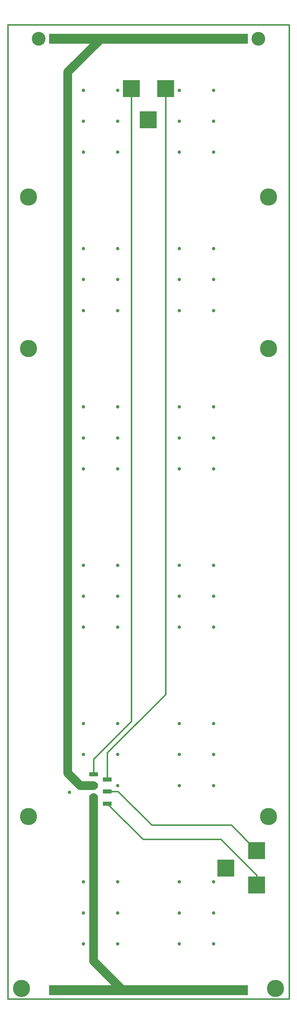
<source format=gtl>
G75*
G70*
%OFA0B0*%
%FSLAX24Y24*%
%IPPOS*%
%LPD*%
%AMOC8*
5,1,8,0,0,1.08239X$1,22.5*
%
%ADD10C,0.0160*%
%ADD11R,2.2835X0.1181*%
%ADD12R,0.1969X0.1969*%
%ADD13R,0.1000X0.0500*%
%ADD14C,0.1969*%
%ADD15C,0.1575*%
%ADD16C,0.0396*%
%ADD17C,0.1000*%
%ADD18C,0.0500*%
D10*
X000337Y000298D02*
X032621Y000298D01*
X032621Y111715D01*
X000337Y111715D01*
X000337Y000298D01*
X007227Y026125D02*
X007227Y026282D01*
X010180Y025987D02*
X010180Y027739D01*
X014511Y032070D01*
X014511Y104432D01*
X018448Y104432D02*
X018448Y035141D01*
X011755Y028448D01*
X011755Y025397D01*
X011755Y024019D02*
X012995Y024019D01*
X016834Y020180D01*
X025967Y020180D01*
X028881Y017267D01*
X028881Y014471D02*
X028881Y013330D01*
X028881Y014471D02*
X024786Y018566D01*
X015830Y018566D01*
X011755Y022641D01*
X013526Y001282D02*
X027542Y001282D01*
D11*
X016479Y001282D03*
X016479Y110141D03*
D12*
X014511Y104432D03*
X016440Y100849D03*
X018448Y104432D03*
X028881Y017267D03*
X028881Y013330D03*
X025337Y015259D03*
D13*
X011755Y022641D03*
X011755Y024019D03*
X011755Y025397D03*
X010180Y025987D03*
X010180Y024708D03*
X010180Y023330D03*
D14*
X002700Y021164D03*
X001912Y001479D03*
X002700Y074708D03*
X002700Y092030D03*
X030259Y092030D03*
X030259Y074708D03*
X030259Y021164D03*
X031046Y001479D03*
D15*
X029078Y110141D03*
X003881Y110141D03*
D16*
X005456Y110141D03*
X008999Y104235D03*
X008999Y100692D03*
X008999Y097149D03*
X008999Y086125D03*
X008999Y082582D03*
X008999Y079038D03*
X008999Y068015D03*
X008999Y064471D03*
X008999Y060928D03*
X008999Y049904D03*
X008999Y046361D03*
X008999Y042818D03*
X008999Y031794D03*
X008999Y028251D03*
X007424Y023920D03*
X008999Y013684D03*
X008999Y010141D03*
X008999Y006597D03*
X012463Y001282D03*
X012936Y006597D03*
X012936Y010141D03*
X012936Y013684D03*
X012936Y024708D03*
X012936Y028251D03*
X012936Y031794D03*
X012936Y042818D03*
X012936Y046361D03*
X012936Y049904D03*
X012936Y060928D03*
X012936Y064471D03*
X012936Y068015D03*
X012936Y079038D03*
X012936Y082582D03*
X012936Y086125D03*
X012936Y097149D03*
X012936Y100692D03*
X012936Y104235D03*
X012463Y110141D03*
X015849Y101440D03*
X015849Y100259D03*
X017030Y100259D03*
X017030Y101440D03*
X020023Y100692D03*
X020023Y097149D03*
X020023Y104235D03*
X023960Y104235D03*
X023960Y100692D03*
X023960Y097149D03*
X023960Y086125D03*
X023960Y082582D03*
X023960Y079038D03*
X023960Y068015D03*
X023960Y064471D03*
X023960Y060928D03*
X023960Y049904D03*
X023960Y046361D03*
X023960Y042818D03*
X023960Y031794D03*
X023960Y028251D03*
X023960Y024708D03*
X024747Y015849D03*
X024747Y014668D03*
X025928Y014668D03*
X025928Y015849D03*
X023960Y013684D03*
X023960Y010141D03*
X023960Y006597D03*
X027503Y001282D03*
X020023Y006597D03*
X020023Y010141D03*
X020023Y013684D03*
X020023Y024708D03*
X020023Y028251D03*
X020023Y031794D03*
X020023Y042818D03*
X020023Y046361D03*
X020023Y049904D03*
X020023Y060928D03*
X020023Y064471D03*
X020023Y068015D03*
X020023Y079038D03*
X020023Y082582D03*
X020023Y086125D03*
X027503Y110141D03*
X005456Y001282D03*
D17*
X010180Y004629D02*
X013526Y001282D01*
X010180Y004629D02*
X010180Y023330D01*
X010180Y024708D02*
X008645Y024708D01*
X007227Y026125D01*
X007227Y026282D02*
X007227Y106322D01*
X011046Y110141D01*
D18*
X027503Y110141D01*
M02*

</source>
